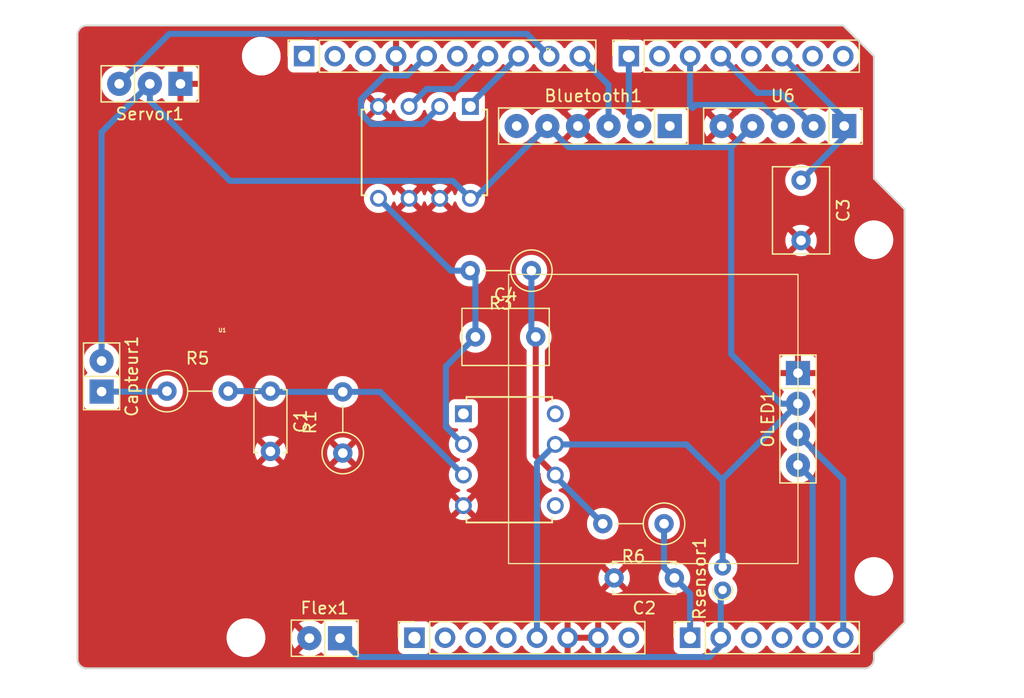
<source format=kicad_pcb>
(kicad_pcb (version 20241229) (generator "pcbnew") (generator_version "9.0")
  (title_block (date "mar. 31 mars 2015"))
  (layers (0 "F.Cu" signal) (2 "B.Cu" signal) (13 "F.Paste" user) (15 "B.Paste" user) (5 "F.SilkS" user "F.Silkscreen") (7 "B.SilkS" user "B.Silkscreen") (1 "F.Mask" user) (3 "B.Mask" user) (25 "Edge.Cuts" user))
  (net 0 "")
  (net 1 "GND")
  (net 3 "/12")
  (net 4 "/IOREF")
  (net 5 "/A2")
  (net 6 "/A3")
  (net 7 "/AREF")
  (net 8 "/*6")
  (net 9 "/TX{slash}1")
  (net 10 "/*3")
  (net 11 "/RX{slash}0")
  (net 12 "+3V3")
  (net 13 "VCC")
  (net 14 "/~{RESET}")
  (net 17 "Net-(Capteur1-cn)")
  (net 19 "Net-(U1-OUT)")
  (net 21 "10")
  (net 23 "11")
  (net 24 "+5")
  (net 25 "A0")
  (net 26 "P2")
  (net 27 "A1")
  (net 28 "13")
  (net 29 "P5")
  (net 30 "P4")
  (net 31 "RX")
  (net 32 "TX")
  (net 33 "Net-(U1-+IN)")
  (net 34 "ServoOut")
  (net 35 "SDA")
  (net 36 "SCL")
  (net 37 "R2")
  (footprint "Connector_PinSocket_2.54mm:PinSocket_1x08_P2.54mm_Vertical" (layer "F.Cu") (at 127.94 97.46 90)
    (property "Reference" "J1" (hide yes))
    (property "Value" "Power")
    (fp_line (start 1.33 -1.33) (end 1.33 0) (stroke (width 0.12)) (layer "F.SilkS"))
    (fp_line (start 0 -1.33) (end 1.33 -1.33) (stroke (width 0.12)) (layer "F.SilkS"))
    (fp_line (start 1.33 1.27) (end 1.33 19.11) (stroke (width 0.12)) (layer "F.SilkS"))
    (fp_line (start -1.33 1.27) (end 1.33 1.27) (stroke (width 0.12)) (layer "F.SilkS"))
    (fp_line (start -1.33 1.27) (end -1.33 19.11) (stroke (width 0.12)) (layer "F.SilkS"))
    (fp_line (start -1.33 19.11) (end 1.33 19.11) (stroke (width 0.12)) (layer "F.SilkS"))
    (pad "1" thru_hole rect (at 0 0 90) (size 1.7 1.7) (drill 1) (layers "*.Cu" "*.Mask"))
    (pad "2" thru_hole oval (at 0 2.54 90) (size 1.7 1.7) (drill 1) (layers "*.Cu" "*.Mask") (net 4 "/IOREF"))
    (pad "3" thru_hole oval (at 0 5.08 90) (size 1.7 1.7) (drill 1) (layers "*.Cu" "*.Mask") (net 14 "/~{RESET}"))
    (pad "4" thru_hole oval (at 0 7.62 90) (size 1.7 1.7) (drill 1) (layers "*.Cu" "*.Mask") (net 12 "+3V3"))
    (pad "5" thru_hole oval (at 0 10.16 90) (size 1.7 1.7) (drill 1) (layers "*.Cu" "*.Mask") (net 24 "+5"))
    (pad "6" thru_hole oval (at 0 12.7 90) (size 1.7 1.7) (drill 1) (layers "*.Cu" "*.Mask") (net 1 "GND"))
    (pad "7" thru_hole oval (at 0 15.24 90) (size 1.7 1.7) (drill 1) (layers "*.Cu" "*.Mask") (net 1 "GND"))
    (pad "8" thru_hole oval (at 0 17.78 90) (size 1.7 1.7) (drill 1) (layers "*.Cu" "*.Mask") (net 13 "VCC"))
  )
  (footprint "Connector_PinSocket_2.54mm:PinSocket_1x06_P2.54mm_Vertical" (layer "F.Cu") (at 150.8 97.46 90)
    (property "Reference" "J3" (hide yes))
    (property "Value" "Analog")
    (fp_line (start 1.33 -1.33) (end 1.33 0) (stroke (width 0.12)) (layer "F.SilkS"))
    (fp_line (start 0 -1.33) (end 1.33 -1.33) (stroke (width 0.12)) (layer "F.SilkS"))
    (fp_line (start 1.33 1.27) (end 1.33 14.03) (stroke (width 0.12)) (layer "F.SilkS"))
    (fp_line (start -1.33 1.27) (end 1.33 1.27) (stroke (width 0.12)) (layer "F.SilkS"))
    (fp_line (start -1.33 1.27) (end -1.33 14.03) (stroke (width 0.12)) (layer "F.SilkS"))
    (fp_line (start -1.33 14.03) (end 1.33 14.03) (stroke (width 0.12)) (layer "F.SilkS"))
    (pad "1" thru_hole rect (at 0 0 90) (size 1.7 1.7) (drill 1) (layers "*.Cu" "*.Mask") (net 25 "A0"))
    (pad "2" thru_hole oval (at 0 2.54 90) (size 1.7 1.7) (drill 1) (layers "*.Cu" "*.Mask") (net 27 "A1"))
    (pad "3" thru_hole oval (at 0 5.08 90) (size 1.7 1.7) (drill 1) (layers "*.Cu" "*.Mask") (net 5 "/A2"))
    (pad "4" thru_hole oval (at 0 7.62 90) (size 1.7 1.7) (drill 1) (layers "*.Cu" "*.Mask") (net 6 "/A3"))
    (pad "5" thru_hole oval (at 0 10.16 90) (size 1.7 1.7) (drill 1) (layers "*.Cu" "*.Mask") (net 35 "SDA"))
    (pad "6" thru_hole oval (at 0 12.7 90) (size 1.7 1.7) (drill 1) (layers "*.Cu" "*.Mask") (net 36 "SCL"))
  )
  (footprint "Connector_PinSocket_2.54mm:PinSocket_1x10_P2.54mm_Vertical" (layer "F.Cu") (at 118.796 49.2 90)
    (property "Reference" "J2" (hide yes))
    (property "Value" "Digital/PWM")
    (fp_line (start 1.33 -1.33) (end 1.33 0) (stroke (width 0.12)) (layer "F.SilkS"))
    (fp_line (start 0 -1.33) (end 1.33 -1.33) (stroke (width 0.12)) (layer "F.SilkS"))
    (fp_line (start 1.33 1.27) (end 1.33 24.19) (stroke (width 0.12)) (layer "F.SilkS"))
    (fp_line (start -1.33 1.27) (end 1.33 1.27) (stroke (width 0.12)) (layer "F.SilkS"))
    (fp_line (start -1.33 1.27) (end -1.33 24.19) (stroke (width 0.12)) (layer "F.SilkS"))
    (fp_line (start -1.33 24.19) (end 1.33 24.19) (stroke (width 0.12)) (layer "F.SilkS"))
    (pad "1" thru_hole rect (at 0 0 90) (size 1.7 1.7) (drill 1) (layers "*.Cu" "*.Mask") (net 36 "SCL"))
    (pad "2" thru_hole oval (at 0 2.54 90) (size 1.7 1.7) (drill 1) (layers "*.Cu" "*.Mask") (net 35 "SDA"))
    (pad "3" thru_hole oval (at 0 5.08 90) (size 1.7 1.7) (drill 1) (layers "*.Cu" "*.Mask") (net 7 "/AREF"))
    (pad "4" thru_hole oval (at 0 7.62 90) (size 1.7 1.7) (drill 1) (layers "*.Cu" "*.Mask") (net 1 "GND"))
    (pad "5" thru_hole oval (at 0 10.16 90) (size 1.7 1.7) (drill 1) (layers "*.Cu" "*.Mask") (net 28 "13"))
    (pad "6" thru_hole oval (at 0 12.7 90) (size 1.7 1.7) (drill 1) (layers "*.Cu" "*.Mask") (net 3 "/12"))
    (pad "7" thru_hole oval (at 0 15.24 90) (size 1.7 1.7) (drill 1) (layers "*.Cu" "*.Mask") (net 23 "11"))
    (pad "8" thru_hole oval (at 0 17.78 90) (size 1.7 1.7) (drill 1) (layers "*.Cu" "*.Mask") (net 21 "10"))
    (pad "9" thru_hole oval (at 0 20.32 90) (size 1.7 1.7) (drill 1) (layers "*.Cu" "*.Mask") (net 34 "ServoOut"))
    (pad "10" thru_hole oval (at 0 22.86 90) (size 1.7 1.7) (drill 1) (layers "*.Cu" "*.Mask") (net 32 "TX"))
  )
  (footprint "Connector_PinSocket_2.54mm:PinSocket_1x08_P2.54mm_Vertical" (layer "F.Cu") (at 145.72 49.2 90)
    (property "Reference" "J4" (hide yes))
    (property "Value" "Digital/PWM")
    (fp_line (start 1.33 -1.33) (end 1.33 0) (stroke (width 0.12)) (layer "F.SilkS"))
    (fp_line (start 0 -1.33) (end 1.33 -1.33) (stroke (width 0.12)) (layer "F.SilkS"))
    (fp_line (start 1.33 1.27) (end 1.33 19.11) (stroke (width 0.12)) (layer "F.SilkS"))
    (fp_line (start -1.33 1.27) (end 1.33 1.27) (stroke (width 0.12)) (layer "F.SilkS"))
    (fp_line (start -1.33 1.27) (end -1.33 19.11) (stroke (width 0.12)) (layer "F.SilkS"))
    (fp_line (start -1.33 19.11) (end 1.33 19.11) (stroke (width 0.12)) (layer "F.SilkS"))
    (pad "1" thru_hole rect (at 0 0 90) (size 1.7 1.7) (drill 1) (layers "*.Cu" "*.Mask") (net 31 "RX"))
    (pad "2" thru_hole oval (at 0 2.54 90) (size 1.7 1.7) (drill 1) (layers "*.Cu" "*.Mask") (net 8 "/*6"))
    (pad "3" thru_hole oval (at 0 5.08 90) (size 1.7 1.7) (drill 1) (layers "*.Cu" "*.Mask") (net 29 "P5"))
    (pad "4" thru_hole oval (at 0 7.62 90) (size 1.7 1.7) (drill 1) (layers "*.Cu" "*.Mask") (net 30 "P4"))
    (pad "5" thru_hole oval (at 0 10.16 90) (size 1.7 1.7) (drill 1) (layers "*.Cu" "*.Mask") (net 10 "/*3"))
    (pad "6" thru_hole oval (at 0 12.7 90) (size 1.7 1.7) (drill 1) (layers "*.Cu" "*.Mask") (net 26 "P2"))
    (pad "7" thru_hole oval (at 0 15.24 90) (size 1.7 1.7) (drill 1) (layers "*.Cu" "*.Mask") (net 9 "/TX{slash}1"))
    (pad "8" thru_hole oval (at 0 17.78 90) (size 1.7 1.7) (drill 1) (layers "*.Cu" "*.Mask") (net 11 "/RX{slash}0"))
  )
  (footprint "Capacitor_THT:C_Rect_L7.0mm_W4.5mm_P5.00mm" (layer "F.Cu") (at 160 59.5 -90)
    (property "Reference" "C3" (at 2.5 -3.5 90) (layer "F.SilkS"))
    (property "Value" "1µ")
    (fp_line (start -1.12 2.37) (end 6.12 2.37) (stroke (width 0.12)) (layer "F.SilkS"))
    (fp_line (start -1.12 -2.37) (end -1.12 2.37) (stroke (width 0.12)) (layer "F.SilkS"))
    (fp_line (start -1.12 -2.37) (end 6.12 -2.37) (stroke (width 0.12)) (layer "F.SilkS"))
    (fp_line (start 6.12 -2.37) (end 6.12 2.37) (stroke (width 0.12)) (layer "F.SilkS"))
    (pad "1" thru_hole circle (at 0 0 270) (size 1.6 1.6) (drill 0.8) (layers "*.Cu" "*.Mask") (net 26 "P2"))
    (pad "2" thru_hole circle (at 5 0 270) (size 1.6 1.6) (drill 0.8) (layers "*.Cu" "*.Mask") (net 1 "GND"))
  )
  (footprint "Resistor_THT:R_Axial_DIN0309_L9.0mm_D3.2mm_P5.08mm_Vertical" (layer "F.Cu") (at 137.64 67 180)
    (property "Reference" "R3" (at 2.54 -2.72 0) (layer "F.SilkS"))
    (property "Value" "100k")
    (fp_line (start 1.72 0) (end 3.98 0) (stroke (width 0.12)) (layer "F.SilkS"))
    (fp_circle (center 0 0) (end 1.72 0) (stroke (width 0.12)) (fill no) (layer "F.SilkS"))
    (pad "1" thru_hole circle (at 0 0 180) (size 1.6 1.6) (drill 0.8) (layers "*.Cu" "*.Mask") (net 19 "Net-(U1-OUT)"))
    (pad "2" thru_hole oval (at 5.08 0 180) (size 1.6 1.6) (drill 0.8) (layers "*.Cu" "*.Mask") (net 37 "R2"))
  )
  (footprint "Capacitor_THT:C_Disc_D5.0mm_W2.5mm_P5.00mm" (layer "F.Cu") (at 149.5 92.5 180)
    (property "Reference" "C2" (at 2.5 -2.5 0) (layer "F.SilkS"))
    (property "Value" "100n")
    (fp_line (start 5.12 1.055) (end 5.12 1.37) (stroke (width 0.12)) (layer "F.SilkS"))
    (fp_line (start 5.12 -1.37) (end 5.12 -1.055) (stroke (width 0.12)) (layer "F.SilkS"))
    (fp_line (start -0.12 1.37) (end 5.12 1.37) (stroke (width 0.12)) (layer "F.SilkS"))
    (fp_line (start -0.12 1.055) (end -0.12 1.37) (stroke (width 0.12)) (layer "F.SilkS"))
    (fp_line (start -0.12 -1.37) (end 5.12 -1.37) (stroke (width 0.12)) (layer "F.SilkS"))
    (fp_line (start -0.12 -1.37) (end -0.12 -1.055) (stroke (width 0.12)) (layer "F.SilkS"))
    (pad "1" thru_hole circle (at 0 0 180) (size 1.6 1.6) (drill 0.8) (layers "*.Cu" "*.Mask") (net 25 "A0"))
    (pad "2" thru_hole circle (at 5 0 180) (size 1.6 1.6) (drill 0.8) (layers "*.Cu" "*.Mask") (net 1 "GND"))
  )
  (footprint "Ma_Lib_Empreinte_Projet_Capteur:LTC1050" (layer "F.Cu") (at 139.62 86.5)
    (property "Reference" "U1" (at -27.613 -14.558 0) (layer "F.SilkS") (effects (font (size 0.314961 0.314961))))
    (property "Value" "LTC1050ACN8_PBF")
    (fp_line (start -7.366 -9.017) (end -7.366 -8.6614) (stroke (width 0.1524)) (layer "F.SilkS"))
    (fp_line (start -7.366 0.9906) (end -7.366 1.397) (stroke (width 0.1524)) (layer "F.SilkS"))
    (fp_line (start -7.366 1.397) (end -0.254 1.397) (stroke (width 0.1524)) (layer "F.SilkS"))
    (fp_line (start -0.254 -9.017) (end -7.366 -9.017) (stroke (width 0.1524)) (layer "F.SilkS"))
    (fp_line (start -0.254 -8.6106) (end -0.254 -9.017) (stroke (width 0.1524)) (layer "F.SilkS"))
    (fp_line (start -0.254 1.397) (end -0.254 0.9906) (stroke (width 0.1524)) (layer "F.SilkS"))
    (pad "1" thru_hole rect (at -7.62 -7.62) (size 1.397 1.397) (drill 0.889) (layers "*.Cu" "*.Mask"))
    (pad "2" thru_hole circle (at -7.62 -5.08) (size 1.397 1.397) (drill 0.889) (layers "*.Cu" "*.Mask") (net 37 "R2"))
    (pad "3" thru_hole circle (at -7.62 -2.54) (size 1.397 1.397) (drill 0.889) (layers "*.Cu" "*.Mask") (net 33 "Net-(U1-+IN)"))
    (pad "4" thru_hole circle (at -7.62 0) (size 1.397 1.397) (drill 0.889) (layers "*.Cu" "*.Mask") (net 1 "GND"))
    (pad "5" thru_hole circle (at 0 0) (size 1.397 1.397) (drill 0.889) (layers "*.Cu" "*.Mask"))
    (pad "6" thru_hole circle (at 0 -2.54) (size 1.397 1.397) (drill 0.889) (layers "*.Cu" "*.Mask") (net 19 "Net-(U1-OUT)"))
    (pad "7" thru_hole circle (at 0 -5.08) (size 1.397 1.397) (drill 0.889) (layers "*.Cu" "*.Mask") (net 24 "+5"))
    (pad "8" thru_hole circle (at 0 -7.62) (size 1.397 1.397) (drill 0.889) (layers "*.Cu" "*.Mask"))
  )
  (footprint "Ma_Lib_Empreinte_Projet_Capteur:OLED" (layer "F.Cu") (at 159.745 79.31 -90)
    (property "Reference" "OLED1" (at 0 2.5 90) (layer "F.SilkS"))
    (property "Value" "~")
    (fp_line (start -5.31 1.5) (end -5.31 -1.5) (stroke (width 0.12)) (layer "F.SilkS"))
    (fp_line (start 5.31 1.5) (end -5.31 1.5) (stroke (width 0.12)) (layer "F.SilkS"))
    (fp_line (start -5.31 -1.5) (end 5.31 -1.5) (stroke (width 0.12)) (layer "F.SilkS"))
    (fp_line (start -2.54 -1.5) (end -2.54 1.5) (stroke (width 0.12)) (layer "F.SilkS"))
    (fp_line (start 5.31 -1.5) (end 5.31 1.5) (stroke (width 0.12)) (layer "F.SilkS"))
    (fp_rect (start -12 0) (end 12 24) (stroke (width 0.1)) (fill no) (layer "F.SilkS"))
    (pad "1" thru_hole rect (at -3.81 0 270) (size 2 2) (drill 0.8) (layers "*.Cu" "*.Mask") (net 1 "GND"))
    (pad "2" thru_hole circle (at -1.27 0 270) (size 2 2) (drill 0.8) (layers "*.Cu" "*.Mask") (net 24 "+5"))
    (pad "3" thru_hole circle (at 1.27 0 270) (size 2 2) (drill 0.8) (layers "*.Cu" "*.Mask") (net 36 "SCL"))
    (pad "4" thru_hole circle (at 3.81 0 270) (size 2 2) (drill 0.8) (layers "*.Cu" "*.Mask") (net 35 "SDA"))
  )
  (footprint "Capacitor_THT:C_Rect_L7.0mm_W4.5mm_P5.00mm" (layer "F.Cu") (at 133 72.5)
    (property "Reference" "C4" (at 2.5 -3.5 0) (layer "F.SilkS"))
    (property "Value" "1µ")
    (fp_line (start -1.12 -2.37) (end -1.12 2.37) (stroke (width 0.12)) (layer "F.SilkS"))
    (fp_line (start -1.12 -2.37) (end 6.12 -2.37) (stroke (width 0.12)) (layer "F.SilkS"))
    (fp_line (start -1.12 2.37) (end 6.12 2.37) (stroke (width 0.12)) (layer "F.SilkS"))
    (fp_line (start 6.12 -2.37) (end 6.12 2.37) (stroke (width 0.12)) (layer "F.SilkS"))
    (pad "1" thru_hole circle (at 0 0) (size 1.6 1.6) (drill 0.8) (layers "*.Cu" "*.Mask") (net 37 "R2"))
    (pad "2" thru_hole circle (at 5 0) (size 1.6 1.6) (drill 0.8) (layers "*.Cu" "*.Mask") (net 19 "Net-(U1-OUT)"))
  )
  (footprint "Ma_Lib_Empreinte_Projet_Capteur:HC05" (layer "F.Cu") (at 142.77 55 180)
    (property "Reference" "Bluetooth1" (at 0 2.5 0) (layer "F.SilkS"))
    (property "Value" "~")
    (fp_line (start 7.85 1.5) (end -7.85 1.5) (stroke (width 0.12)) (layer "F.SilkS"))
    (fp_line (start 7.85 -1.5) (end 7.85 1.5) (stroke (width 0.12)) (layer "F.SilkS"))
    (fp_line (start -5.08 -1.5) (end -5.08 1.5) (stroke (width 0.12)) (layer "F.SilkS"))
    (fp_line (start -7.85 1.5) (end -7.85 -1.5) (stroke (width 0.12)) (layer "F.SilkS"))
    (fp_line (start -7.85 -1.5) (end 7.85 -1.5) (stroke (width 0.12)) (layer "F.SilkS"))
    (pad "1" thru_hole rect (at -6.35 0 180) (size 2 2) (drill 0.8) (layers "*.Cu" "*.Mask"))
    (pad "2" thru_hole circle (at -3.81 0 180) (size 2 2) (drill 0.8) (layers "*.Cu" "*.Mask") (net 31 "RX"))
    (pad "3" thru_hole circle (at -1.27 0 180) (size 2 2) (drill 0.8) (layers "*.Cu" "*.Mask") (net 32 "TX"))
    (pad "4" thru_hole circle (at 1.27 0 180) (size 2 2) (drill 0.8) (layers "*.Cu" "*.Mask") (net 1 "GND"))
    (pad "5" thru_hole circle (at 3.81 0 180) (size 2 2) (drill 0.8) (layers "*.Cu" "*.Mask") (net 24 "+5"))
    (pad "6" thru_hole circle (at 6.35 0 180) (size 2 2) (drill 0.8) (layers "*.Cu" "*.Mask"))
  )
  (footprint "Arduino_MountingHole:MountingHole_3.2mm" (layer "F.Cu") (at 115.24 49.2)
    (property "Reference" "MH1" (hide yes))
    (property "Value" "MountingHole_3.2mm" (hide yes))
    (pad "" np_thru_hole circle (at 0 0) (size 3.2 3.2) (drill 3.2) (layers "*.Cu" "*.Mask"))
  )
  (footprint "Ma_Lib_Empreinte_Projet_Capteur:LTC1050" (layer "F.Cu") (at 124.96 61 -90)
    (property "Reference" "U2" (at -12.208 -14.108 90) (layer "F.SilkS") (effects (font (size 0.314961 0.314961))))
    (property "Value" "MCP41050")
    (fp_line (start -7.366 1.397) (end -0.254 1.397) (stroke (width 0.1524)) (layer "F.SilkS"))
    (fp_line (start -0.254 1.397) (end -0.254 0.9906) (stroke (width 0.1524)) (layer "F.SilkS"))
    (fp_line (start -7.366 0.9906) (end -7.366 1.397) (stroke (width 0.1524)) (layer "F.SilkS"))
    (fp_line (start -0.254 -8.6106) (end -0.254 -9.017) (stroke (width 0.1524)) (layer "F.SilkS"))
    (fp_line (start -7.366 -9.017) (end -7.366 -8.6614) (stroke (width 0.1524)) (layer "F.SilkS"))
    (fp_line (start -0.254 -9.017) (end -7.366 -9.017) (stroke (width 0.1524)) (layer "F.SilkS"))
    (pad "1" thru_hole rect (at -7.62 -7.62 270) (size 1.397 1.397) (drill 0.889) (layers "*.Cu" "*.Mask") (net 21 "10"))
    (pad "2" thru_hole circle (at -7.62 -5.08 270) (size 1.397 1.397) (drill 0.889) (layers "*.Cu" "*.Mask") (net 28 "13"))
    (pad "3" thru_hole circle (at -7.62 -2.54 270) (size 1.397 1.397) (drill 0.889) (layers "*.Cu" "*.Mask") (net 23 "11"))
    (pad "4" thru_hole circle (at -7.62 0 270) (size 1.397 1.397) (drill 0.889) (layers "*.Cu" "*.Mask") (net 1 "GND"))
    (pad "5" thru_hole circle (at 0 0 270) (size 1.397 1.397) (drill 0.889) (layers "*.Cu" "*.Mask") (net 37 "R2"))
    (pad "6" thru_hole circle (at 0 -2.54 270) (size 1.397 1.397) (drill 0.889) (layers "*.Cu" "*.Mask") (net 1 "GND"))
    (pad "7" thru_hole circle (at 0 -5.08 270) (size 1.397 1.397) (drill 0.889) (layers "*.Cu" "*.Mask") (net 1 "GND"))
    (pad "8" thru_hole circle (at 0 -7.62 270) (size 1.397 1.397) (drill 0.889) (layers "*.Cu" "*.Mask") (net 24 "+5"))
  )
  (footprint "Ma_Lib_Empreinte_Projet_Capteur:FlexSensor" (layer "F.Cu") (at 120.5 97.5 180)
    (property "Reference" "Flex1" (at 0 2.5 0) (layer "F.SilkS"))
    (property "Value" "~")
    (fp_line (start 2.77 1.5) (end -2.77 1.5) (stroke (width 0.12)) (layer "F.SilkS"))
    (fp_line (start 2.77 -1.5) (end 2.77 1.5) (stroke (width 0.12)) (layer "F.SilkS"))
    (fp_line (start 0 -1.5) (end 0 1.5) (stroke (width 0.12)) (layer "F.SilkS"))
    (fp_line (start -2.77 1.5) (end -2.77 -1.5) (stroke (width 0.12)) (layer "F.SilkS"))
    (fp_line (start -2.77 -1.5) (end 2.77 -1.5) (stroke (width 0.12)) (layer "F.SilkS"))
    (pad "1" thru_hole rect (at -1.27 0 180) (size 2 2) (drill 0.8) (layers "*.Cu" "*.Mask") (net 27 "A1"))
    (pad "2" thru_hole circle (at 1.27 0 180) (size 2 2) (drill 0.8) (layers "*.Cu" "*.Mask") (net 1 "GND"))
  )
  (footprint "Ma_Lib_Empreinte_Projet_Capteur:ServoMotor" (layer "F.Cu") (at 106 51.5)
    (property "Reference" "Servor1" (at 0 2.5 0) (layer "F.SilkS"))
    (property "Value" "~")
    (fp_line (start -4.04 -1.5) (end 4.04 -1.5) (stroke (width 0.12)) (layer "F.SilkS"))
    (fp_line (start -4.04 1.5) (end -4.04 -1.5) (stroke (width 0.12)) (layer "F.SilkS"))
    (fp_line (start -1.27 -1.5) (end -1.27 1.5) (stroke (width 0.12)) (layer "F.SilkS"))
    (fp_line (start 4.04 -1.5) (end 4.04 1.5) (stroke (width 0.12)) (layer "F.SilkS"))
    (fp_line (start 4.04 1.5) (end -4.04 1.5) (stroke (width 0.12)) (layer "F.SilkS"))
    (pad "1" thru_hole circle (at -2.54 0) (size 2 2) (drill 0.8) (layers "*.Cu" "*.Mask") (net 34 "ServoOut"))
    (pad "2" thru_hole circle (at 0 0) (size 2 2) (drill 0.8) (layers "*.Cu" "*.Mask") (net 24 "+5"))
    (pad "3" thru_hole rect (at 2.54 0) (size 2 2) (drill 0.8) (layers "*.Cu" "*.Mask") (net 1 "GND"))
  )
  (footprint "Resistor_THT:R_Axial_DIN0309_L9.0mm_D3.2mm_P5.08mm_Vertical" (layer "F.Cu") (at 107.42 77)
    (property "Reference" "R5" (at 2.54 -2.72 0) (layer "F.SilkS"))
    (property "Value" "10k")
    (fp_line (start 1.72 0) (end 3.98 0) (stroke (width 0.12)) (layer "F.SilkS"))
    (fp_circle (center 0 0) (end 1.72 0) (stroke (width 0.12)) (fill no) (layer "F.SilkS"))
    (pad "1" thru_hole circle (at 0 0) (size 1.6 1.6) (drill 0.8) (layers "*.Cu" "*.Mask") (net 17 "Net-(Capteur1-cn)"))
    (pad "2" thru_hole oval (at 5.08 0) (size 1.6 1.6) (drill 0.8) (layers "*.Cu" "*.Mask") (net 33 "Net-(U1-+IN)"))
  )
  (footprint "Capacitor_THT:C_Disc_D5.0mm_W2.5mm_P5.00mm" (layer "F.Cu") (at 116 77 -90)
    (property "Reference" "C1" (at 2.5 -2.5 270) (layer "F.SilkS"))
    (property "Value" "100n")
    (fp_line (start -0.12 1.37) (end 5.12 1.37) (stroke (width 0.12)) (layer "F.SilkS"))
    (fp_line (start -0.12 1.055) (end -0.12 1.37) (stroke (width 0.12)) (layer "F.SilkS"))
    (fp_line (start 5.12 1.055) (end 5.12 1.37) (stroke (width 0.12)) (layer "F.SilkS"))
    (fp_line (start -0.12 -1.37) (end -0.12 -1.055) (stroke (width 0.12)) (layer "F.SilkS"))
    (fp_line (start -0.12 -1.37) (end 5.12 -1.37) (stroke (width 0.12)) (layer "F.SilkS"))
    (fp_line (start 5.12 -1.37) (end 5.12 -1.055) (stroke (width 0.12)) (layer "F.SilkS"))
    (pad "1" thru_hole circle (at 0 0 270) (size 1.6 1.6) (drill 0.8) (layers "*.Cu" "*.Mask") (net 33 "Net-(U1-+IN)"))
    (pad "2" thru_hole circle (at 5 0 270) (size 1.6 1.6) (drill 0.8) (layers "*.Cu" "*.Mask") (net 1 "GND"))
  )
  (footprint "Resistor_THT:R_Axial_DIN0309_L9.0mm_D3.2mm_P5.08mm_Vertical" (layer "F.Cu") (at 122 82.14 90)
    (property "Reference" "R1" (at 2.54 -2.72 90) (layer "F.SilkS"))
    (property "Value" "100k")
    (fp_line (start 1.72 0) (end 3.98 0) (stroke (width 0.12)) (layer "F.SilkS"))
    (fp_circle (center 0 0) (end 1.72 0) (stroke (width 0.12)) (fill no) (layer "F.SilkS"))
    (pad "1" thru_hole circle (at 0 0 90) (size 1.6 1.6) (drill 0.8) (layers "*.Cu" "*.Mask") (net 1 "GND"))
    (pad "2" thru_hole oval (at 5.08 0 90) (size 1.6 1.6) (drill 0.8) (layers "*.Cu" "*.Mask") (net 33 "Net-(U1-+IN)"))
  )
  (footprint "Ma_Lib_Empreinte_Projet_Capteur:CapteurGraph" (layer "F.Cu") (at 102 75.77 90)
    (property "Reference" "Capteur1" (at 0 2.5 90) (layer "F.SilkS"))
    (property "Value" "~")
    (fp_line (start 2.77 -1.5) (end 2.77 1.5) (stroke (width 0.12)) (layer "F.SilkS"))
    (fp_line (start 0 -1.5) (end 0 1.5) (stroke (width 0.12)) (layer "F.SilkS"))
    (fp_line (start -2.77 -1.5) (end 2.77 -1.5) (stroke (width 0.12)) (layer "F.SilkS"))
    (fp_line (start 2.77 1.5) (end -2.77 1.5) (stroke (width 0.12)) (layer "F.SilkS"))
    (fp_line (start -2.77 1.5) (end -2.77 -1.5) (stroke (width 0.12)) (layer "F.SilkS"))
    (pad "1" thru_hole rect (at -1.27 0 90) (size 2 2) (drill 0.8) (layers "*.Cu" "*.Mask") (net 17 "Net-(Capteur1-cn)"))
    (pad "2" thru_hole circle (at 1.27 0 90) (size 2 2) (drill 0.8) (layers "*.Cu" "*.Mask") (net 24 "+5"))
  )
  (footprint "Arduino_MountingHole:MountingHole_3.2mm" (layer "F.Cu") (at 113.97 97.46)
    (property "Reference" "MH2" (hide yes))
    (property "Value" "MountingHole_3.2mm" (hide yes))
    (pad "" np_thru_hole circle (at 0 0) (size 3.2 3.2) (drill 3.2) (layers "*.Cu" "*.Mask"))
  )
  (footprint "Resistor_THT:R_Axial_DIN0309_L9.0mm_D3.2mm_P5.08mm_Vertical" (layer "F.Cu") (at 148.64 88 180)
    (property "Reference" "R6" (at 2.54 -2.72 180) (layer "F.SilkS"))
    (property "Value" "1k")
    (fp_line (start 1.72 0) (end 3.98 0) (stroke (width 0.12)) (layer "F.SilkS"))
    (fp_circle (center 0 0) (end 1.72 0) (stroke (width 0.12)) (fill no) (layer "F.SilkS"))
    (pad "1" thru_hole circle (at 0 0 180) (size 1.6 1.6) (drill 0.8) (layers "*.Cu" "*.Mask") (net 25 "A0"))
    (pad "2" thru_hole oval (at 5.08 0 180) (size 1.6 1.6) (drill 0.8) (layers "*.Cu" "*.Mask") (net 19 "Net-(U1-OUT)"))
  )
  (footprint "Arduino_MountingHole:MountingHole_3.2mm" (layer "F.Cu") (at 166.04 64.44)
    (property "Reference" "MH3" (hide yes))
    (property "Value" "MountingHole_3.2mm" (hide yes))
    (pad "" np_thru_hole circle (at 0 0) (size 3.2 3.2) (drill 3.2) (layers "*.Cu" "*.Mask"))
  )
  (footprint "Arduino_MountingHole:MountingHole_3.2mm" (layer "F.Cu") (at 166.04 92.38)
    (property "Reference" "MH4" (hide yes))
    (property "Value" "MountingHole_3.2mm" (hide yes))
    (pad "" np_thru_hole circle (at 0 0) (size 3.2 3.2) (drill 3.2) (layers "*.Cu" "*.Mask"))
  )
  (footprint "Ma_Lib_Empreinte_Projet_Capteur:Rotatoire" (layer "F.Cu") (at 158.5 55 180)
    (property "Reference" "U6" (at 0 2.5 0) (layer "F.SilkS"))
    (property "Value" "~")
    (fp_line (start 6.58 1.5) (end -6.58 1.5) (stroke (width 0.12)) (layer "F.SilkS"))
    (fp_line (start 6.58 -1.5) (end 6.58 1.5) (stroke (width 0.12)) (layer "F.SilkS"))
    (fp_line (start -3.81 -1.5) (end -3.81 1.5) (stroke (width 0.12)) (layer "F.SilkS"))
    (fp_line (start -6.58 1.5) (end -6.58 -1.5) (stroke (width 0.12)) (layer "F.SilkS"))
    (fp_line (start -6.58 -1.5) (end 6.58 -1.5) (stroke (width 0.12)) (layer "F.SilkS"))
    (pad "1" thru_hole rect (at -5.08 0 180) (size 2 2) (drill 0.8) (layers "*.Cu" "*.Mask") (net 26 "P2"))
    (pad "2" thru_hole circle (at -2.54 0 180) (size 2 2) (drill 0.8) (layers "*.Cu" "*.Mask") (net 30 "P4"))
    (pad "3" thru_hole circle (at 0 0 180) (size 2 2) (drill 0.8) (layers "*.Cu" "*.Mask") (net 29 "P5"))
    (pad "4" thru_hole circle (at 2.54 0 180) (size 2 2) (drill 0.8) (layers "*.Cu" "*.Mask") (net 24 "+5"))
    (pad "5" thru_hole circle (at 5.08 0 180) (size 2 2) (drill 0.8) (layers "*.Cu" "*.Mask") (net 1 "GND"))
  )
  (footprint "Resistor_THT:R_Axial_DIN0204_L3.6mm_D1.6mm_P1.90mm_Vertical" (layer "F.Cu") (at 153.5 93.5 90)
    (property "Reference" "Rsensor1" (at 0.95 -1.92 90) (layer "F.SilkS"))
    (property "Value" "R")
    (fp_arc (start 0.320095 0.749359) (mid -0.813042 -0.054435) (end 0.417133 -0.7) (stroke (width 0.12)) (layer "F.SilkS"))
    (pad "1" thru_hole circle (at 0 0 90) (size 1.4 1.4) (drill 0.7) (layers "*.Cu" "*.Mask") (net 27 "A1"))
    (pad "2" thru_hole oval (at 1.9 0 90) (size 1.4 1.4) (drill 0.7) (layers "*.Cu" "*.Mask") (net 24 "+5"))
  )
  (gr_line (start 166.04 59.36) (end 168.58 61.9) (stroke (width 0.15)) (layer "Edge.Cuts"))
  (gr_line (start 100 99.238) (end 100 47.422) (stroke (width 0.15)) (layer "Edge.Cuts"))
  (gr_line (start 168.58 61.9) (end 168.58 96.19) (stroke (width 0.15)) (layer "Edge.Cuts"))
  (gr_line (start 165.278 100) (end 100.762 100) (stroke (width 0.15)) (layer "Edge.Cuts"))
  (gr_line (start 100.762 46.66) (end 163.5 46.66) (stroke (width 0.15)) (layer "Edge.Cuts"))
  (gr_arc (start 100.762 100) (mid 100.223185 99.776815) (end 100 99.238) (stroke (width 0.15)) (layer "Edge.Cuts"))
  (gr_line (start 168.58 96.19) (end 166.04 98.73) (stroke (width 0.15)) (layer "Edge.Cuts"))
  (gr_line (start 163.5 46.66) (end 166.04 49.2) (stroke (width 0.15)) (layer "Edge.Cuts"))
  (gr_arc (start 166.04 99.238) (mid 165.816815 99.776815) (end 165.278 100) (stroke (width 0.15)) (layer "Edge.Cuts"))
  (gr_line (start 166.04 49.2) (end 166.04 59.36) (stroke (width 0.15)) (layer "Edge.Cuts"))
  (gr_line (start 166.04 98.73) (end 166.04 99.238) (stroke (width 0.15)) (layer "Edge.Cuts"))
  (gr_arc (start 100 47.422) (mid 100.223185 46.883185) (end 100.762 46.66) (stroke (width 0.15)) (layer "Edge.Cuts"))
  (segment (start 119.23 96.97) (end 119.23 97.5) (width 0.4) (layer "B.Cu") (net 1))
  (segment (start 119.23 97.5) (end 119.23 97.76) (width 0.4) (layer "B.Cu") (net 1))
  (segment (start 107.38 77.04) (end 107.42 77) (width 0.5) (layer "B.Cu") (net 17))
  (segment (start 102 77.04) (end 107.38 77.04) (width 0.5) (layer "B.Cu") (net 17))
  (segment (start 138 82.34) (end 138 72.5) (width 0.5) (layer "F.Cu") (net 19))
  (segment (start 139.62 83.96) (end 138 82.34) (width 0.5) (layer "F.Cu") (net 19))
  (segment (start 139.62 84.06) (end 139.62 83.96) (width 0.5) (layer "B.Cu") (net 19))
  (segment (start 137.64 67) (end 137.64 72.14) (width 0.5) (layer "B.Cu") (net 19))
  (segment (start 143.56 88) (end 139.62 84.06) (width 0.5) (layer "B.Cu") (net 19))
  (segment (start 137.64 72.14) (end 138 72.5) (width 0.5) (layer "B.Cu") (net 19))
  (segment (start 132.58 53.38) (end 132.58 53.196) (width 0.5) (layer "B.Cu") (net 21))
  (segment (start 132.58 53.196) (end 136.576 49.2) (width 0.5) (layer "B.Cu") (net 21))
  (segment (start 128.9495 51.9305) (end 131.3055 51.9305) (width 0.5) (layer "B.Cu") (net 23))
  (segment (start 127.5 53.38) (end 128.9495 51.9305) (width 0.5) (layer "B.Cu") (net 23))
  (segment (start 131.3055 51.9305) (end 134.036 49.2) (width 0.5) (layer "B.Cu") (net 23))
  (segment (start 132.96 61) (end 132.58 61) (width 0.5) (layer "B.Cu") (net 24))
  (segment (start 138.1 97.46) (end 138.1 82.94) (width 0.5) (layer "B.Cu") (net 24))
  (segment (start 153.5 84.285) (end 159.745 78.04) (width 0.5) (layer "B.Cu") (net 24))
  (segment (start 131.1305 59.5505) (end 112.636287 59.5505) (width 0.5) (layer "B.Cu") (net 24))
  (segment (start 140.711 56.751) (end 154.209 56.751) (width 0.5) (layer "B.Cu") (net 24))
  (segment (start 153.365 84.285) (end 153.5 84.285) (width 0.5) (layer "B.Cu") (net 24))
  (segment (start 132.58 61) (end 131.1305 59.5505) (width 0.5) (layer "B.Cu") (net 24))
  (segment (start 139.62 81.42) (end 150.5 81.42) (width 0.5) (layer "B.Cu") (net 24))
  (segment (start 150.5 81.42) (end 153.365 84.285) (width 0.5) (layer "B.Cu") (net 24))
  (segment (start 154.209 56.751) (end 154.209 73.918213) (width 0.5) (layer "B.Cu") (net 24))
  (segment (start 112.636287 59.5505) (end 106 52.914213) (width 0.5) (layer "B.Cu") (net 24))
  (segment (start 158.330787 78.04) (end 159.745 78.04) (width 0.5) (layer "B.Cu") (net 24))
  (segment (start 153.5 91.6) (end 153.5 84.285) (width 0.5) (layer "B.Cu") (net 24))
  (segment (start 154.209 73.918213) (end 158.330787 78.04) (width 0.5) (layer "B.Cu") (net 24))
  (segment (start 154.209 56.751) (end 155.96 55) (width 0.5) (layer "B.Cu") (net 24))
  (segment (start 138.96 55) (end 132.96 61) (width 0.5) (layer "B.Cu") (net 24))
  (segment (start 106 51.5) (end 102 55.5) (width 0.5) (layer "B.Cu") (net 24))
  (segment (start 138.1 82.94) (end 139.62 81.42) (width 0.5) (layer "B.Cu") (net 24))
  (segment (start 102 55.5) (end 102 74.5) (width 0.5) (layer "B.Cu") (net 24))
  (segment (start 138.96 55) (end 140.711 56.751) (width 0.5) (layer "B.Cu") (net 24))
  (segment (start 106 52.914213) (end 106 51.5) (width 0.5) (layer "B.Cu") (net 24))
  (segment (start 159.485 78.04) (end 159.745 78.04) (width 0.4) (layer "B.Cu") (net 24))
  (segment (start 148.64 88) (end 148.64 91.64) (width 0.5) (layer "B.Cu") (net 25))
  (segment (start 148.64 91.64) (end 149.5 92.5) (width 0.5) (layer "B.Cu") (net 25))
  (segment (start 149.5 92.5) (end 150.8 93.8) (width 0.5) (layer "B.Cu") (net 25))
  (segment (start 150.8 93.8) (end 150.8 97.46) (width 0.5) (layer "B.Cu") (net 25))
  (segment (start 163.58 54.36) (end 163.58 55) (width 0.5) (layer "B.Cu") (net 26))
  (segment (start 163.58 55) (end 163.58 55.92) (width 0.5) (layer "B.Cu") (net 26))
  (segment (start 163.58 55.92) (end 160 59.5) (width 0.5) (layer "B.Cu") (net 26))
  (segment (start 158.42 49.2) (end 163.58 54.36) (width 0.5) (layer "B.Cu") (net 26))
  (segment (start 153.34 97.46) (end 153.34 98.122) (width 0.5) (layer "B.Cu") (net 27))
  (segment (start 153.34 93.66) (end 153.5 93.5) (width 0.5) (layer "B.Cu") (net 27))
  (segment (start 153.34 98.122) (end 152.401 99.061) (width 0.5) (layer "B.Cu") (net 27))
  (segment (start 153.34 97.46) (end 153.34 93.66) (width 0.5) (layer "B.Cu") (net 27))
  (segment (start 123.331 99.061) (end 121.77 97.5) (width 0.5) (layer "B.Cu") (net 27))
  (segment (start 152.401 99.061) (end 123.331 99.061) (width 0.5) (layer "B.Cu") (net 27))
  (segment (start 128.5905 54.8295) (end 124.359597 54.8295) (width 0.5) (layer "B.Cu") (net 28))
  (segment (start 127.355 50.801) (end 128.956 49.2) (width 0.5) (layer "B.Cu") (net 28))
  (segment (start 124.359597 54.8295) (end 123.5105 53.980403) (width 0.5) (layer "B.Cu") (net 28))
  (segment (start 130.04 53.38) (end 128.5905 54.8295) (width 0.5) (layer "B.Cu") (net 28))
  (segment (start 123.5105 53.980403) (end 123.5105 52.779597) (width 0.5) (layer "B.Cu") (net 28))
  (segment (start 125.489097 50.801) (end 127.355 50.801) (width 0.5) (layer "B.Cu") (net 28))
  (segment (start 123.5105 52.779597) (end 125.489097 50.801) (width 0.5) (layer "B.Cu") (net 28))
  (segment (start 158.5 55) (end 156.749 53.249) (width 0.5) (layer "B.Cu") (net 29))
  (segment (start 151.251 53.249) (end 151 53.5) (width 0.5) (layer "B.Cu") (net 29))
  (segment (start 150.8 53.3) (end 150.8 49.2) (width 0.5) (layer "B.Cu") (net 29))
  (segment (start 151 53.5) (end 150.8 53.3) (width 0.5) (layer "B.Cu") (net 29))
  (segment (start 156.749 53.249) (end 151.251 53.249) (width 0.5) (layer "B.Cu") (net 29))
  (segment (start 156.388 52.248) (end 153.34 49.2) (width 0.5) (layer "B.Cu") (net 30))
  (segment (start 161.04 55) (end 158.288 52.248) (width 0.5) (layer "B.Cu") (net 30))
  (segment (start 158.288 52.248) (end 156.388 52.248) (width 0.5) (layer "B.Cu") (net 30))
  (segment (start 145.72 54.14) (end 146.58 55) (width 0.5) (layer "B.Cu") (net 31))
  (segment (start 145.72 49.2) (end 145.72 54.14) (width 0.5) (layer "B.Cu") (net 31))
  (segment (start 144.04 51.584) (end 144.04 55) (width 0.5) (layer "B.Cu") (net 32))
  (segment (start 141.656 49.2) (end 144.04 51.584) (width 0.5) (layer "B.Cu") (net 32))
  (segment (start 116.06 77.06) (end 116 77) (width 0.5) (layer "B.Cu") (net 33))
  (segment (start 125.1 77.06) (end 132 83.96) (width 0.5) (layer "B.Cu") (net 33))
  (segment (start 122 77.06) (end 116.06 77.06) (width 0.5) (layer "B.Cu") (net 33))
  (segment (start 122 77.06) (end 125.1 77.06) (width 0.5) (layer "B.Cu") (net 33))
  (segment (start 116 77) (end 112.5 77) (width 0.5) (layer "B.Cu") (net 33))
  (segment (start 103.46 51.5) (end 107.611 47.349) (width 0.5) (layer "B.Cu") (net 34))
  (segment (start 137.265 47.349) (end 139.116 49.2) (width 0.5) (layer "B.Cu") (net 34))
  (segment (start 107.611 47.349) (end 137.265 47.349) (width 0.5) (layer "B.Cu") (net 34))
  (segment (start 159.745 83.12) (end 160.96 84.335) (width 0.5) (layer "B.Cu") (net 35))
  (segment (start 160.96 84.335) (end 160.96 97.46) (width 0.5) (layer "B.Cu") (net 35))
  (segment (start 159.745 80.58) (end 163.5 84.335) (width 0.5) (layer "B.Cu") (net 36))
  (segment (start 163.5 84.335) (end 163.5 97.46) (width 0.5) (layer "B.Cu") (net 36))
  (segment (start 130.96 67) (end 124.96 61) (width 0.5) (layer "B.Cu") (net 37))
  (segment (start 133 72.5) (end 133 67.44) (width 0.5) (layer "B.Cu") (net 37))
  (segment (start 130.5505 79.9705) (end 130.5505 74.9495) (width 0.5) (layer "B.Cu") (net 37))
  (segment (start 132 81.42) (end 130.5505 79.9705) (width 0.5) (layer "B.Cu") (net 37))
  (segment (start 133 67.44) (end 132.56 67) (width 0.5) (layer "B.Cu") (net 37))
  (segment (start 130.5505 74.9495) (end 133 72.5) (width 0.5) (layer "B.Cu") (net 37))
  (segment (start 132.56 67) (end 130.96 67) (width 0.5) (layer "B.Cu") (net 37))
  (zone (net 1) (net_name "GND") (layer "F.Cu") (name "GND") (connect_pads (clearance 0.508)) (min_thickness 0.25) (fill yes (thermal_gap 0.5) (thermal_bridge_width 0.5))
    (polygon (pts (xy 94.5 45) (xy 94 102.5) (xy 178.5 102.5) (xy 178 45)))
  )
)
</source>
